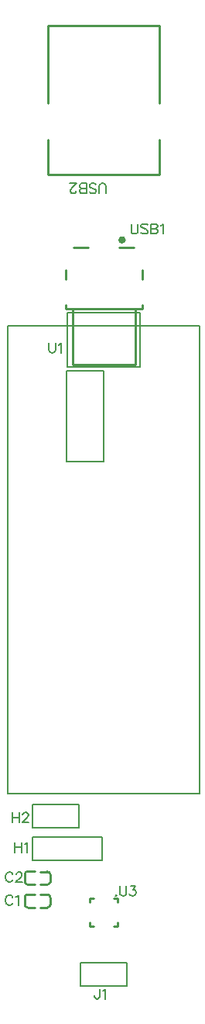
<source format=gto>
G04 Layer: TopSilkscreenLayer*
G04 EasyEDA v6.5.40, 2024-10-05 13:30:00*
G04 a67cddfb3fce44daa9051d46cbbcc19f,10*
G04 Gerber Generator version 0.2*
G04 Scale: 100 percent, Rotated: No, Reflected: No *
G04 Dimensions in millimeters *
G04 leading zeros omitted , absolute positions ,4 integer and 5 decimal *
%FSLAX45Y45*%
%MOMM*%

%ADD10C,0.1524*%
%ADD11C,0.2540*%
%ADD12C,0.2032*%
%ADD13C,0.1270*%
%ADD14C,0.2030*%
%ADD15C,0.4000*%
%ADD16C,0.0185*%

%LPD*%
D10*
X202945Y1414271D02*
G01*
X197865Y1424686D01*
X187452Y1435100D01*
X177037Y1440434D01*
X156210Y1440434D01*
X145795Y1435100D01*
X135381Y1424686D01*
X130302Y1414271D01*
X124968Y1398778D01*
X124968Y1372870D01*
X130302Y1357121D01*
X135381Y1346707D01*
X145795Y1336547D01*
X156210Y1331213D01*
X177037Y1331213D01*
X187452Y1336547D01*
X197865Y1346707D01*
X202945Y1357121D01*
X242315Y1414271D02*
G01*
X242315Y1419605D01*
X247650Y1430020D01*
X252729Y1435100D01*
X263144Y1440434D01*
X283971Y1440434D01*
X294386Y1435100D01*
X299465Y1430020D01*
X304800Y1419605D01*
X304800Y1409192D01*
X299465Y1398778D01*
X289305Y1383284D01*
X237236Y1331213D01*
X309879Y1331213D01*
X199999Y2090310D02*
G01*
X199999Y1981344D01*
X272643Y2090310D02*
G01*
X272643Y1981344D01*
X199999Y2038494D02*
G01*
X272643Y2038494D01*
X312267Y2064402D02*
G01*
X312267Y2069482D01*
X317347Y2079896D01*
X322681Y2085230D01*
X333095Y2090310D01*
X353669Y2090310D01*
X364083Y2085230D01*
X369417Y2079896D01*
X374497Y2069482D01*
X374497Y2059068D01*
X369417Y2048654D01*
X359003Y2033160D01*
X306933Y1981344D01*
X379831Y1981344D01*
X225000Y1765312D02*
G01*
X225000Y1656346D01*
X297644Y1765312D02*
G01*
X297644Y1656346D01*
X225000Y1713496D02*
G01*
X297644Y1713496D01*
X331934Y1744484D02*
G01*
X342348Y1749818D01*
X358096Y1765312D01*
X358096Y1656346D01*
X599897Y7215200D02*
G01*
X599897Y7137476D01*
X605231Y7121728D01*
X615645Y7111314D01*
X631139Y7106234D01*
X641553Y7106234D01*
X657047Y7111314D01*
X667461Y7121728D01*
X672795Y7137476D01*
X672795Y7215200D01*
X707085Y7194626D02*
G01*
X717499Y7199706D01*
X732993Y7215200D01*
X732993Y7106234D01*
X1223403Y8849169D02*
G01*
X1223403Y8927147D01*
X1218323Y8942641D01*
X1207909Y8953055D01*
X1192161Y8958135D01*
X1181747Y8958135D01*
X1166253Y8953055D01*
X1155839Y8942641D01*
X1150759Y8927147D01*
X1150759Y8849169D01*
X1043571Y8864663D02*
G01*
X1053985Y8854249D01*
X1069733Y8849169D01*
X1090307Y8849169D01*
X1106055Y8854249D01*
X1116469Y8864663D01*
X1116469Y8875077D01*
X1111135Y8885491D01*
X1106055Y8890825D01*
X1095641Y8895905D01*
X1064399Y8906319D01*
X1053985Y8911399D01*
X1048905Y8916733D01*
X1043571Y8927147D01*
X1043571Y8942641D01*
X1053985Y8953055D01*
X1069733Y8958135D01*
X1090307Y8958135D01*
X1106055Y8953055D01*
X1116469Y8942641D01*
X1009281Y8849169D02*
G01*
X1009281Y8958135D01*
X1009281Y8849169D02*
G01*
X962545Y8849169D01*
X947051Y8854249D01*
X941717Y8859583D01*
X936637Y8869997D01*
X936637Y8880411D01*
X941717Y8890825D01*
X947051Y8895905D01*
X962545Y8900985D01*
X1009281Y8900985D02*
G01*
X962545Y8900985D01*
X947051Y8906319D01*
X941717Y8911399D01*
X936637Y8921813D01*
X936637Y8937561D01*
X941717Y8947975D01*
X947051Y8953055D01*
X962545Y8958135D01*
X1009281Y8958135D01*
X897013Y8875077D02*
G01*
X897013Y8869997D01*
X891933Y8859583D01*
X886853Y8854249D01*
X876439Y8849169D01*
X855611Y8849169D01*
X845197Y8854249D01*
X839863Y8859583D01*
X834783Y8869997D01*
X834783Y8880411D01*
X839863Y8890825D01*
X850277Y8906319D01*
X902347Y8958135D01*
X829703Y8958135D01*
X202979Y1164407D02*
G01*
X197645Y1174821D01*
X187231Y1185235D01*
X177071Y1190315D01*
X156243Y1190315D01*
X145829Y1185235D01*
X135415Y1174821D01*
X130081Y1164407D01*
X125001Y1148659D01*
X125001Y1122751D01*
X130081Y1107257D01*
X135415Y1096843D01*
X145829Y1086429D01*
X156243Y1081349D01*
X177071Y1081349D01*
X187231Y1086429D01*
X197645Y1096843D01*
X202979Y1107257D01*
X237269Y1169487D02*
G01*
X247683Y1174821D01*
X263177Y1190315D01*
X263177Y1081349D01*
X1152055Y165328D02*
G01*
X1152055Y82270D01*
X1146721Y66522D01*
X1141641Y61442D01*
X1131227Y56362D01*
X1120813Y56362D01*
X1110399Y61442D01*
X1105065Y66522D01*
X1099985Y82270D01*
X1099985Y92684D01*
X1186345Y144500D02*
G01*
X1196505Y149834D01*
X1212253Y165328D01*
X1212253Y56362D01*
X1374998Y1290325D02*
G01*
X1374998Y1212347D01*
X1380078Y1196853D01*
X1390492Y1186439D01*
X1406240Y1181359D01*
X1416654Y1181359D01*
X1432148Y1186439D01*
X1442562Y1196853D01*
X1447642Y1212347D01*
X1447642Y1290325D01*
X1492346Y1290325D02*
G01*
X1549496Y1290325D01*
X1518508Y1248669D01*
X1534002Y1248669D01*
X1544416Y1243589D01*
X1549496Y1238509D01*
X1554830Y1222761D01*
X1554830Y1212347D01*
X1549496Y1196853D01*
X1539082Y1186439D01*
X1523588Y1181359D01*
X1508094Y1181359D01*
X1492346Y1186439D01*
X1487266Y1191519D01*
X1481932Y1201933D01*
X1500123Y8515350D02*
G01*
X1500123Y8437371D01*
X1505204Y8421878D01*
X1515618Y8411463D01*
X1531112Y8406129D01*
X1541526Y8406129D01*
X1557273Y8411463D01*
X1567434Y8421878D01*
X1572768Y8437371D01*
X1572768Y8515350D01*
X1679702Y8499855D02*
G01*
X1669287Y8510015D01*
X1653794Y8515350D01*
X1632965Y8515350D01*
X1617471Y8510015D01*
X1607057Y8499855D01*
X1607057Y8489442D01*
X1612137Y8479028D01*
X1617471Y8473694D01*
X1627886Y8468613D01*
X1658873Y8458200D01*
X1669287Y8452865D01*
X1674621Y8447786D01*
X1679702Y8437371D01*
X1679702Y8421878D01*
X1669287Y8411463D01*
X1653794Y8406129D01*
X1632965Y8406129D01*
X1617471Y8411463D01*
X1607057Y8421878D01*
X1713992Y8515350D02*
G01*
X1713992Y8406129D01*
X1713992Y8515350D02*
G01*
X1760728Y8515350D01*
X1776476Y8510015D01*
X1781555Y8504936D01*
X1786889Y8494521D01*
X1786889Y8484108D01*
X1781555Y8473694D01*
X1776476Y8468613D01*
X1760728Y8463279D01*
X1713992Y8463279D02*
G01*
X1760728Y8463279D01*
X1776476Y8458200D01*
X1781555Y8452865D01*
X1786889Y8442705D01*
X1786889Y8426958D01*
X1781555Y8416544D01*
X1776476Y8411463D01*
X1760728Y8406129D01*
X1713992Y8406129D01*
X1821179Y8494521D02*
G01*
X1831594Y8499855D01*
X1847087Y8515350D01*
X1847087Y8406129D01*
D11*
X613981Y1414879D02*
G01*
X613981Y1334876D01*
X503006Y1445864D02*
G01*
X583003Y1445864D01*
X503006Y1303898D02*
G01*
X583003Y1303898D01*
X445416Y1446446D02*
G01*
X365417Y1446446D01*
X334434Y1415463D02*
G01*
X334434Y1335465D01*
X445416Y1304485D02*
G01*
X365417Y1304485D01*
D12*
X928999Y2176995D02*
G01*
X928999Y1925535D01*
X420999Y1925535D01*
X420999Y2176995D01*
X928999Y2176995D01*
X672998Y1572996D02*
G01*
X418998Y1572996D01*
X418998Y1824456D01*
X1180998Y1824456D01*
X1180998Y1572996D01*
X672998Y1572996D01*
D13*
X1599895Y7399858D02*
G01*
X1599895Y6949871D01*
X799896Y6949871D01*
X799896Y7399858D01*
X799896Y7549870D01*
X1599895Y7549870D01*
X1599895Y7399858D01*
X149885Y7399858D02*
G01*
X799896Y7399858D01*
X1599895Y7399858D01*
X2249906Y7399858D01*
X2249906Y2299868D01*
X149885Y2299868D01*
X149885Y7399858D01*
X793495Y6907276D02*
G01*
X1199895Y6907276D01*
X1199895Y5916676D01*
X793495Y5916676D01*
X793495Y6907276D01*
D11*
X592503Y9833521D02*
G01*
X592503Y10680484D01*
X592503Y9050484D02*
G01*
X592503Y9437448D01*
X1807502Y9833521D02*
G01*
X1807502Y10680484D01*
X1807502Y9050484D02*
G01*
X1807502Y9437448D01*
X1807502Y9050484D02*
G01*
X592503Y9050484D01*
X1807502Y10680484D02*
G01*
X592503Y10680484D01*
X614001Y1164976D02*
G01*
X614001Y1084973D01*
X503026Y1195961D02*
G01*
X583023Y1195961D01*
X503026Y1053995D02*
G01*
X583023Y1053995D01*
X445437Y1196543D02*
G01*
X365437Y1196543D01*
X334454Y1165560D02*
G01*
X334454Y1085562D01*
X445437Y1054582D02*
G01*
X365437Y1054582D01*
D14*
X945997Y197998D02*
G01*
X1263497Y197998D01*
D12*
X945997Y197998D02*
G01*
X945997Y451998D01*
X1453997Y451998D01*
X1453997Y197998D01*
X1263497Y197998D01*
D11*
X1349987Y849983D02*
G01*
X1349987Y889177D01*
X1349987Y1110404D02*
G01*
X1349987Y1149985D01*
X1049985Y1149985D02*
G01*
X1049985Y1110404D01*
X1049985Y889177D02*
G01*
X1049985Y849983D01*
X1349987Y849983D02*
G01*
X1310459Y849983D01*
X1089385Y849983D02*
G01*
X1049985Y849983D01*
X1349987Y1149985D02*
G01*
X1310459Y1149985D01*
X1089233Y1149985D02*
G01*
X1049985Y1149985D01*
X1619897Y7587140D02*
G01*
X779896Y7587140D01*
X857504Y6977126D02*
G01*
X857504Y7587134D01*
X1619897Y7914599D02*
G01*
X1619897Y8014662D01*
X1619897Y7587140D02*
G01*
X1619897Y7629664D01*
X779896Y7629662D02*
G01*
X779896Y7587140D01*
X1542287Y6977126D02*
G01*
X1542287Y7587134D01*
X857504Y6977126D02*
G01*
X911860Y6977126D01*
X1542287Y6977126D01*
X779896Y8014660D02*
G01*
X779896Y7914601D01*
X1029281Y8256879D02*
G01*
X868011Y8256879D01*
X1531782Y8256879D02*
G01*
X1370510Y8256879D01*
G75*
G01*
X334429Y1415463D02*
G02*
X365412Y1446446I30983J0D01*
G75*
G01*
X365412Y1304481D02*
G02*
X334429Y1335466I0J30982D01*
G75*
G01*
X582999Y1445865D02*
G02*
X613982Y1414879I0J-30983D01*
G75*
G01*
X613982Y1334882D02*
G02*
X582999Y1303899I-30983J0D01*
G75*
G01*
X334449Y1165560D02*
G02*
X365432Y1196543I30983J0D01*
G75*
G01*
X365432Y1054578D02*
G02*
X334449Y1085563I0J30982D01*
G75*
G01*
X583019Y1195962D02*
G02*
X614002Y1164976I0J-30983D01*
G75*
G01*
X614002Y1084979D02*
G02*
X583019Y1053996I-30983J0D01*
G75*
G01
X1334338Y1184453D02*
G03X1334338Y1184453I-5436J0D01*
D15*
G75*
G01
X1419885Y8339887D02*
G03X1419885Y8339887I-19990J0D01*
M02*

</source>
